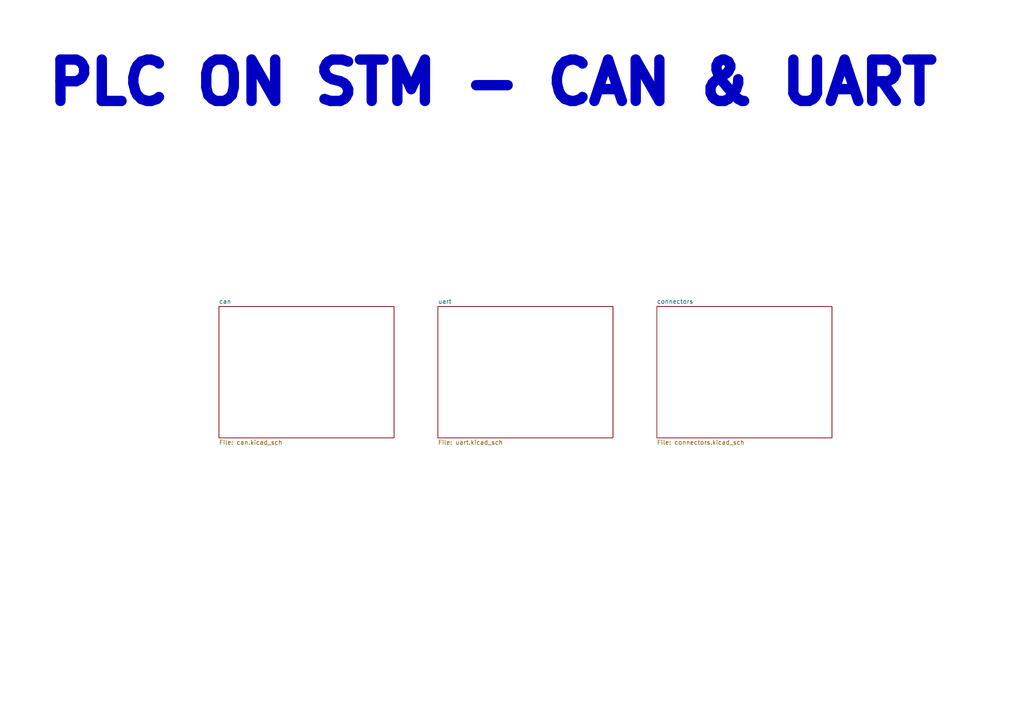
<source format=kicad_sch>
(kicad_sch
	(version 20250114)
	(generator "eeschema")
	(generator_version "9.0")
	(uuid "b652b05a-4e3d-4ad1-b032-18886abe7d45")
	(paper "A4")
	(title_block
		(title "PLC on STM - CAN & UART Shield")
		(date "2025-12-27")
		(rev "${REVISION}")
		(company "Author: Grzegorz Potocki")
	)
	(lib_symbols)
	(text "PLC ON STM - CAN & UART"
		(exclude_from_sim no)
		(at 12.7 24.13 0)
		(effects
			(font
				(size 12 12)
				(thickness 4.8)
				(bold yes)
			)
			(justify left)
		)
		(uuid "cec71073-0df9-405e-812b-e61d9091f6a5")
	)
	(sheet
		(at 127 88.9)
		(size 50.8 38.1)
		(exclude_from_sim no)
		(in_bom yes)
		(on_board yes)
		(dnp no)
		(fields_autoplaced yes)
		(stroke
			(width 0.1524)
			(type solid)
		)
		(fill
			(color 0 0 0 0.0000)
		)
		(uuid "a360165a-183d-4bdc-94a4-2eec633f8bf2")
		(property "Sheetname" "uart"
			(at 127 88.1884 0)
			(effects
				(font
					(size 1.27 1.27)
				)
				(justify left bottom)
			)
		)
		(property "Sheetfile" "uart.kicad_sch"
			(at 127 127.5846 0)
			(effects
				(font
					(size 1.27 1.27)
				)
				(justify left top)
			)
		)
		(instances
			(project "can_uart"
				(path "/b652b05a-4e3d-4ad1-b032-18886abe7d45"
					(page "4")
				)
			)
		)
	)
	(sheet
		(at 63.5 88.9)
		(size 50.8 38.1)
		(exclude_from_sim no)
		(in_bom yes)
		(on_board yes)
		(dnp no)
		(fields_autoplaced yes)
		(stroke
			(width 0.1524)
			(type solid)
		)
		(fill
			(color 0 0 0 0.0000)
		)
		(uuid "bd4d43c5-0e61-45a4-a419-7121f84a0c1a")
		(property "Sheetname" "can"
			(at 63.5 88.1884 0)
			(effects
				(font
					(size 1.27 1.27)
				)
				(justify left bottom)
			)
		)
		(property "Sheetfile" "can.kicad_sch"
			(at 63.5 127.5846 0)
			(effects
				(font
					(size 1.27 1.27)
				)
				(justify left top)
			)
		)
		(instances
			(project "can_uart"
				(path "/b652b05a-4e3d-4ad1-b032-18886abe7d45"
					(page "3")
				)
			)
		)
	)
	(sheet
		(at 190.5 88.9)
		(size 50.8 38.1)
		(exclude_from_sim no)
		(in_bom yes)
		(on_board yes)
		(dnp no)
		(fields_autoplaced yes)
		(stroke
			(width 0.1524)
			(type solid)
		)
		(fill
			(color 0 0 0 0.0000)
		)
		(uuid "ffdefcc3-66cd-4806-a553-5a2443aec936")
		(property "Sheetname" "connectors"
			(at 190.5 88.1884 0)
			(effects
				(font
					(size 1.27 1.27)
				)
				(justify left bottom)
			)
		)
		(property "Sheetfile" "connectors.kicad_sch"
			(at 190.5 127.5846 0)
			(effects
				(font
					(size 1.27 1.27)
				)
				(justify left top)
			)
		)
		(instances
			(project "can_uart"
				(path "/b652b05a-4e3d-4ad1-b032-18886abe7d45"
					(page "2")
				)
			)
		)
	)
	(sheet_instances
		(path "/"
			(page "1")
		)
	)
	(embedded_fonts no)
	(embedded_files
		(file
			(name "putm_frame.kicad_wks")
			(type worksheet)
			(data |KLUv/WAvCY0UAObcWyEA1TZqxSYpSnAbOsWnapwROGKZeeE9KM64wmSW/n9CwQRSAEsAVAD4Oxyb
				J+1rOdkbNb9xsXDRanbnQyvya8XCVdH2ki1/5E8AAAIk6L2cVUZpqIzfhq4RSaozfi/7dQ4BEChg
				lFKrztoX2zJ7iAAIlB+RJvRA+yEEXWKSolT/yP/7a1pX7XmRRhm89j0nPWe/GYMv9uxJfUAsfu3i
				22/vfIcXhLPXVP/1ccRg7drh9YPVk9L+7H1JUe2jdx/0POJ//JEB+OurcpitYkNewTCqH4nK6mxS
				yYTrKhtGw9AW3MM0uKqrJ6VZhegMO20WjaHZLl3HmQat8PcYOWdS9r8ONmljvwR5rtpUI9Wr5/d9
				k1qAwF+8oX3VgQKiXplVrUPNLIqo06IWyRYhXY8c8WLWjESjRCYLrEJYts3RYRitDhFNskG4hmgb
				h2rSDWLhLOJbS6Wh7XfvdALDScCh+r0x401nJz1KZaNolJLtQjGAgKAhPaUYmpIUJClkmAOARKTm
				qDqKaBj8cOU0CMQEDCAPXptjKGfrooqHvkhFQiG28qvJM4YHQAhI789Pe6CM7SBne5Vtvvq9wkcX
				nj05P3mYi4NXPJ/uUrLUtQk2w76hQgx0MktjeoBh+lxTD5IGHQ8SF9Ga45urwV0FAriFfagEhtx5
				PGHBX1CBeRAr8grmewQSn3TJNDZp6SKSo3klm1fsFkaN6NERStGPAAJ0Kkf9E0NKGKCXmflfrqck
				pBHEJ8GdTlHn24ljbxPc+WIMW/jPAgcgyPKJHrUDci3M7EQ4CER7hddwyKWAwM1vyOwMDboKEy8K
				OKN2seQXk/bQSa/Qvsl6kQcUuziiY7xUSu4KhT3mI977rkPExkevAg==|
			)
			(checksum "D28CC2D8CCEF14F2FD87317FD6BA98A1")
		)
	)
)

</source>
